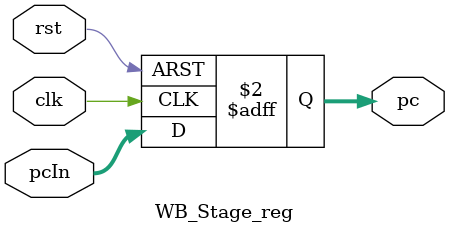
<source format=v>
module WB_Stage_reg(input clk,rst,input [31:0] pcIn,output reg [31:0] pc);
    
    always@(posedge clk, posedge rst)begin
        if(rst)
            pc<=32'h0;
        else
            pc<=pcIn;
    end

endmodule
</source>
